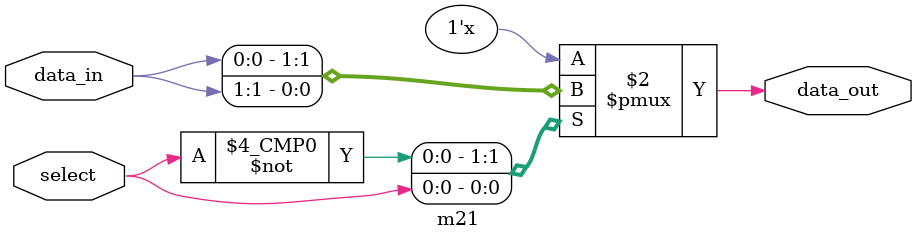
<source format=v>
 module m21(
   input [2:0] data_in,
   input [0:0] select,
   output reg data_out
);

always @(*) begin
   case(select)
      2'b00: data_out = data_in[0];
      2'b01: data_out = data_in[1];
      //2'b10: data_out = data_in[2];
     // 2'b11: data_out = data_in[3];
   endcase
end

endmodule

</source>
